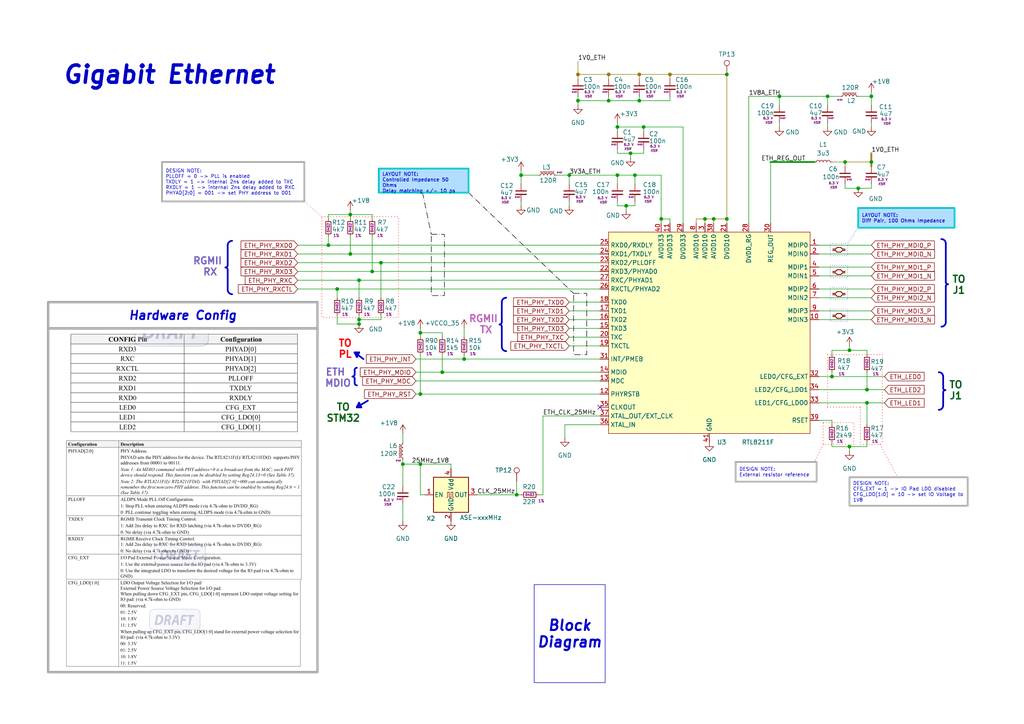
<source format=kicad_sch>
(kicad_sch (version 20231120) (generator "eeschema") (generator_version "8.0")
  (paper "A4")
  (title_block (title "Ethernet PHY") (date "2024-09-22") (rev "1.0"))
  (junction (at 184.15 50.8))
  (junction (at 252.73 46.99))
  (junction (at 251.46 113.03))
  (junction (at 104.14 81.28))
  (junction (at 185.42 29.21))
  (junction (at 252.73 27.94))
  (junction (at 128.27 107.95))
  (junction (at 251.46 116.84))
  (junction (at 245.11 46.99))
  (junction (at 134.62 104.14))
  (junction (at 104.14 93.98))
  (junction (at 240.03 27.94))
  (junction (at 97.79 83.82))
  (junction (at 167.64 21.59) (color 143 115 0 1))
  (junction (at 165.1 50.8))
  (junction (at 167.64 29.21))
  (junction (at 179.07 36.83))
  (junction (at 246.38 101.6))
  (junction (at 248.92 54.61))
  (junction (at 226.06 27.94))
  (junction (at 121.92 114.3))
  (junction (at 95.25 71.12))
  (junction (at 107.95 78.74))
  (junction (at 207.01 63.5))
  (junction (at 151.13 50.8))
  (junction (at 121.92 134.62))
  (junction (at 176.53 21.59) (color 143 115 0 1))
  (junction (at 149.86 143.51))
  (junction (at 185.42 21.59) (color 143 115 0 1))
  (junction (at 101.6 73.66))
  (junction (at 191.77 63.5))
  (junction (at 204.47 63.5))
  (junction (at 110.49 76.2))
  (junction (at 186.69 36.83))
  (junction (at 194.31 21.59) (color 143 115 0 1))
  (junction (at 116.84 134.62))
  (junction (at 121.92 96.52))
  (junction (at 104.14 92.71))
  (junction (at 210.82 21.59))
  (junction (at 246.38 129.54))
  (junction (at 210.82 63.5))
  (junction (at 241.3 109.22))
  (junction (at 182.88 44.45))
  (junction (at 181.61 59.69))
  (junction (at 179.07 50.8))
  (junction (at 176.53 29.21))
  (junction (at 101.6 62.23))
  (no_connect (at 173.99 118.11))
  (polyline (pts (xy 248.92 66.04) (xy 245.872 70.612)) (stroke (width 0.1524) (type dot)))
  (polyline (pts (xy 244.348 91.821) (xy 245.11 91.821)) (stroke (width 0.25) (color 132 0 0 1)))
  (wire (pts (xy 176.53 21.59) (xy 185.42 21.59)) (stroke (width 0) (color 143 115 0 1)))
  (polyline (pts (xy 145.542 87.63) (xy 145.542 93.472)) (stroke (width 0.5)))
  (polyline (pts (xy 245.11 78.74) (xy 244.348 78.74)) (stroke (width 0.25) (color 132 0 0 1)))
  (polyline (pts (xy 242.824 78.232) (xy 242.316 78.74)) (stroke (width 0.25) (color 132 0 0 1)))
  (wire (pts (xy 165.1 58.42) (xy 165.1 59.69)))
  (wire (pts (xy 104.14 81.28) (xy 104.14 86.36)))
  (polyline (pts (xy 242.316 91.44) (xy 241.554 91.44)) (stroke (width 0.25) (color 132 0 0 1)))
  (wire (pts (xy 151.13 50.8) (xy 151.13 53.34)))
  (polyline (pts (xy 103.505 102.87) (xy 103.505 103.505)) (stroke (width 0.55)))
  (polyline (pts (xy 244.348 91.44) (xy 243.84 90.932)) (stroke (width 0.25) (color 132 0 0 1)))
  (wire (pts (xy 217.17 27.94) (xy 217.17 64.77)))
  (polyline (pts (xy 244.348 72.644) (xy 245.11 72.644)) (stroke (width 0.25) (color 132 0 0 1)))
  (wire (pts (xy 210.82 63.5) (xy 210.82 64.77)) (stroke (width 0) (color 143 115 0 1)))
  (wire (pts (xy 161.29 50.8) (xy 165.1 50.8)))
  (wire (pts (xy 201.93 63.5) (xy 204.47 63.5)) (stroke (width 0) (color 143 115 0 1)))
  (polyline (pts (xy 66.04 78.232) (xy 66.04 84.074)) (stroke (width 0.5)))
  (wire (pts (xy 163.83 123.19) (xy 173.99 123.19)))
  (polyline (pts (xy 244.348 85.09) (xy 243.84 84.582)) (stroke (width 0.25) (color 132 0 0 1)))
  (wire (pts (xy 204.47 63.5) (xy 204.47 64.77)) (stroke (width 0) (color 143 115 0 1)))
  (wire (pts (xy 95.25 62.23) (xy 101.6 62.23)))
  (wire (pts (xy 86.36 78.74) (xy 107.95 78.74)))
  (polyline (pts (xy 242.824 90.932) (xy 242.316 91.44)) (stroke (width 0.25) (color 132 0 0 1)))
  (wire (pts (xy 167.64 21.59) (xy 176.53 21.59)) (stroke (width 0) (color 143 115 0 1)))
  (polyline (pts (xy 244.348 85.471) (xy 245.11 85.471)) (stroke (width 0.25) (color 132 0 0 1)))
  (wire (pts (xy 237.49 71.12) (xy 252.73 71.12)))
  (wire (pts (xy 165.1 87.63) (xy 173.99 87.63)))
  (polyline (pts (xy 240.03 102.87) (xy 240.03 118.11)) (stroke (width 0.2) (type dot) (color 255 28 5 1)))
  (wire (pts (xy 86.36 71.12) (xy 95.25 71.12)))
  (wire (pts (xy 107.95 68.58) (xy 107.95 78.74)))
  (polyline (pts (xy 241.554 79.121) (xy 242.316 79.121)) (stroke (width 0.25) (color 132 0 0 1)))
  (wire (pts (xy 194.31 22.86) (xy 194.31 21.59)) (stroke (width 0) (color 143 115 0 1)))
  (wire (pts (xy 194.31 27.94) (xy 194.31 29.21)))
  (wire (pts (xy 86.36 83.82) (xy 97.79 83.82)))
  (polyline (pts (xy 243.84 90.932) (xy 242.824 90.932)) (stroke (width 0.25) (color 132 0 0 1)))
  (wire (pts (xy 120.65 114.3) (xy 121.92 114.3)))
  (wire (pts (xy 246.38 129.54) (xy 251.46 129.54)))
  (wire (pts (xy 157.48 120.65) (xy 173.99 120.65)))
  (wire (pts (xy 226.06 35.56) (xy 226.06 36.83)))
  (wire (pts (xy 252.73 26.67) (xy 252.73 27.94)))
  (wire (pts (xy 226.06 30.48) (xy 226.06 27.94)))
  (wire (pts (xy 165.1 97.79) (xy 173.99 97.79)))
  (wire (pts (xy 252.73 27.94) (xy 252.73 30.48)))
  (polyline (pts (xy 242.316 78.74) (xy 241.554 78.74)) (stroke (width 0.25) (color 132 0 0 1)))
  (wire (pts (xy 194.31 21.59) (xy 210.82 21.59)) (stroke (width 0) (color 143 115 0 1)))
  (polyline (pts (xy 102.87 102.235) (xy 104.14 102.235)) (stroke (width 0.55)))
  (wire (pts (xy 121.92 143.51) (xy 123.19 143.51)))
  (polyline (pts (xy 274.32 93.472) (xy 274.32 83.058)) (stroke (width 0.5)))
  (wire (pts (xy 120.65 110.49) (xy 173.99 110.49)))
  (wire (pts (xy 107.95 62.23) (xy 107.95 63.5)))
  (polyline (pts (xy 104.14 102.235) (xy 103.505 102.87)) (stroke (width 0.55)))
  (wire (pts (xy 241.3 46.99) (xy 245.11 46.99)) (stroke (width 0) (color 143 115 0 1)))
  (polyline (pts (xy 241.554 85.471) (xy 242.316 85.471)) (stroke (width 0.25) (color 132 0 0 1)))
  (wire (pts (xy 191.77 50.8) (xy 184.15 50.8)))
  (wire (pts (xy 134.62 95.25) (xy 134.62 97.79)))
  (polyline (pts (xy 242.824 84.582) (xy 242.316 85.09)) (stroke (width 0.25) (color 132 0 0 1)))
  (polyline (pts (xy 243.84 73.152) (xy 244.348 72.644)) (stroke (width 0.25) (color 132 0 0 1)))
  (wire (pts (xy 185.42 21.59) (xy 194.31 21.59)) (stroke (width 0) (color 143 115 0 1)))
  (polyline (pts (xy 242.824 85.979) (xy 243.84 85.979)) (stroke (width 0.25) (color 132 0 0 1)))
  (wire (pts (xy 157.48 143.51) (xy 156.21 143.51)))
  (wire (pts (xy 97.79 91.44) (xy 97.79 93.98)))
  (polyline (pts (xy 243.84 84.582) (xy 242.824 84.582)) (stroke (width 0.25) (color 132 0 0 1)))
  (wire (pts (xy 185.42 22.86) (xy 185.42 21.59)) (stroke (width 0) (color 143 115 0 1)))
  (polyline (pts (xy 242.316 91.821) (xy 242.824 92.329)) (stroke (width 0.25) (color 132 0 0 1)))
  (polyline (pts (xy 255.905 102.87) (xy 255.905 128.905)) (stroke (width 0.2) (type dot) (color 255 28 5 1)))
  (wire (pts (xy 121.92 95.25) (xy 121.92 96.52)))
  (wire (pts (xy 176.53 27.94) (xy 176.53 29.21)))
  (polyline (pts (xy 238.76 128.905) (xy 236.22 133.985)) (stroke (width 0.2) (type dot) (color 255 28 5 1)))
  (wire (pts (xy 167.64 17.78) (xy 167.64 21.59)) (stroke (width 0) (color 143 115 0 1)))
  (wire (pts (xy 241.3 109.22) (xy 256.54 109.22)))
  (wire (pts (xy 134.62 104.14) (xy 173.99 104.14)))
  (polyline (pts (xy 245.11 85.09) (xy 244.348 85.09)) (stroke (width 0.25) (color 132 0 0 1)))
  (wire (pts (xy 241.3 109.22) (xy 237.49 109.22)))
  (wire (pts (xy 86.36 81.28) (xy 104.14 81.28)))
  (wire (pts (xy 95.25 68.58) (xy 95.25 71.12)))
  (wire (pts (xy 138.43 143.51) (xy 149.86 143.51)))
  (polyline (pts (xy 122.555 55.88) (xy 125.095 67.945)) (stroke (width 0) (type dash_dot) (color 0 0 0 1)))
  (wire (pts (xy 128.27 96.52) (xy 128.27 97.79)))
  (wire (pts (xy 95.25 63.5) (xy 95.25 62.23)))
  (wire (pts (xy 245.11 53.34) (xy 245.11 54.61)))
  (wire (pts (xy 237.49 90.17) (xy 252.73 90.17)))
  (wire (pts (xy 182.88 44.45) (xy 186.69 44.45)))
  (polyline (pts (xy 245.11 72.263) (xy 244.348 72.263)) (stroke (width 0.25) (color 132 0 0 1)))
  (wire (pts (xy 149.86 139.7) (xy 149.86 143.51)))
  (wire (pts (xy 86.36 73.66) (xy 101.6 73.66)))
  (polyline (pts (xy 245.11 91.44) (xy 244.348 91.44)) (stroke (width 0.25) (color 132 0 0 1)))
  (wire (pts (xy 241.3 128.27) (xy 241.3 129.54)))
  (wire (pts (xy 179.07 59.69) (xy 181.61 59.69)))
  (polyline (pts (xy 273.558 117.602) (xy 273.562 113.788)) (stroke (width 0.5)))
  (wire (pts (xy 107.95 78.74) (xy 173.99 78.74)))
  (wire (pts (xy 121.92 102.87) (xy 121.92 114.3)))
  (polyline (pts (xy 103.505 118.11) (xy 106.68 116.205)) (stroke (width 0.5)))
  (polyline (pts (xy 242.316 85.09) (xy 241.554 85.09)) (stroke (width 0.25) (color 132 0 0 1)))
  (polyline (pts (xy 102.87 102.235) (xy 105.41 104.14)) (stroke (width 0.5)))
  (wire (pts (xy 101.6 60.96) (xy 101.6 62.23)))
  (wire (pts (xy 237.49 73.66) (xy 252.73 73.66)))
  (wire (pts (xy 116.84 133.35) (xy 116.84 134.62)))
  (wire (pts (xy 95.25 71.12) (xy 173.99 71.12)))
  (wire (pts (xy 121.92 96.52) (xy 121.92 97.79)))
  (wire (pts (xy 246.38 129.54) (xy 246.38 130.81)))
  (polyline (pts (xy 244.348 79.121) (xy 245.11 79.121)) (stroke (width 0.25) (color 132 0 0 1)))
  (wire (pts (xy 240.03 35.56) (xy 240.03 36.83)))
  (polyline (pts (xy 255.27 128.905) (xy 260.35 138.43)) (stroke (width 0.2) (type dot) (color 255 28 5 1)))
  (polyline (pts (xy 241.554 72.644) (xy 242.316 72.644)) (stroke (width 0.25) (color 132 0 0 1)))
  (wire (pts (xy 151.13 49.53) (xy 151.13 50.8)))
  (wire (pts (xy 252.73 35.56) (xy 252.73 36.83)))
  (wire (pts (xy 181.61 59.69) (xy 181.61 60.96)))
  (wire (pts (xy 165.1 92.71) (xy 173.99 92.71)))
  (wire (pts (xy 181.61 59.69) (xy 184.15 59.69)))
  (wire (pts (xy 101.6 68.58) (xy 101.6 73.66)))
  (wire (pts (xy 241.3 101.6) (xy 246.38 101.6)))
  (wire (pts (xy 128.27 102.87) (xy 128.27 107.95)))
  (wire (pts (xy 237.49 77.47) (xy 252.73 77.47)))
  (wire (pts (xy 204.47 63.5) (xy 207.01 63.5)) (stroke (width 0) (color 143 115 0 1)))
  (wire (pts (xy 179.07 53.34) (xy 179.07 50.8)))
  (polyline (pts (xy 273.562 112.518) (xy 273.558 109.22)) (stroke (width 0.5)))
  (wire (pts (xy 251.46 113.03) (xy 251.46 107.95)))
  (wire (pts (xy 186.69 43.18) (xy 186.69 44.45)))
  (wire (pts (xy 252.73 44.45) (xy 252.73 46.99)) (stroke (width 0.5) (color 143 115 0 1)))
  (polyline (pts (xy 102.87 109.855) (xy 102.87 111.125)) (stroke (width 0.5)))
  (polyline (pts (xy 242.824 73.152) (xy 243.84 73.152)) (stroke (width 0.25) (color 132 0 0 1)))
  (polyline (pts (xy 242.316 85.471) (xy 242.824 85.979)) (stroke (width 0.25) (color 132 0 0 1)))
  (wire (pts (xy 217.17 27.94) (xy 226.06 27.94)))
  (wire (pts (xy 101.6 73.66) (xy 173.99 73.66)))
  (polyline (pts (xy 243.84 79.629) (xy 244.348 79.121)) (stroke (width 0.25) (color 132 0 0 1)))
  (wire (pts (xy 245.11 54.61) (xy 248.92 54.61)))
  (wire (pts (xy 176.53 21.59) (xy 176.53 22.86)) (stroke (width 0) (color 143 115 0 1)))
  (wire (pts (xy 223.52 46.99) (xy 223.52 64.77)))
  (polyline (pts (xy 243.84 85.979) (xy 244.348 85.471)) (stroke (width 0.25) (color 132 0 0 1)))
  (wire (pts (xy 194.31 64.77) (xy 194.31 63.5)))
  (wire (pts (xy 186.69 38.1) (xy 186.69 36.83)))
  (wire (pts (xy 151.13 50.8) (xy 156.21 50.8)))
  (wire (pts (xy 179.07 58.42) (xy 179.07 59.69)))
  (polyline (pts (xy 242.316 72.644) (xy 242.824 73.152)) (stroke (width 0.25) (color 132 0 0 1)))
  (polyline (pts (xy 104.14 116.84) (xy 104.775 118.11)) (stroke (width 0.55)))
  (wire (pts (xy 134.62 102.87) (xy 134.62 104.14)))
  (wire (pts (xy 176.53 29.21) (xy 185.42 29.21)))
  (polyline (pts (xy 249.555 128.905) (xy 255.905 128.905)) (stroke (width 0.2) (type dot) (color 255 28 5 1)))
  (wire (pts (xy 251.46 116.84) (xy 256.54 116.84)))
  (polyline (pts (xy 249.555 118.11) (xy 249.555 128.905)) (stroke (width 0.2) (type dot) (color 255 28 5 1)))
  (polyline (pts (xy 241.554 91.821) (xy 242.316 91.821)) (stroke (width 0.25) (color 132 0 0 1)))
  (wire (pts (xy 246.38 101.6) (xy 251.46 101.6)))
  (wire (pts (xy 252.73 27.94) (xy 248.92 27.94)))
  (polyline (pts (xy 274.32 81.788) (xy 274.32 70.608)) (stroke (width 0.5)))
  (polyline (pts (xy 102.87 102.235) (xy 102.87 102.235)) (stroke (width 0.5)))
  (wire (pts (xy 97.79 83.82) (xy 97.79 86.36)))
  (polyline (pts (xy 103.505 118.11) (xy 104.14 116.84)) (stroke (width 0.55)))
  (wire (pts (xy 182.88 44.45) (xy 182.88 45.72)))
  (wire (pts (xy 198.12 36.83) (xy 198.12 64.77)))
  (wire (pts (xy 157.48 120.65) (xy 157.48 143.51)))
  (wire (pts (xy 97.79 83.82) (xy 173.99 83.82)))
  (wire (pts (xy 121.92 114.3) (xy 173.99 114.3)))
  (wire (pts (xy 121.92 134.62) (xy 121.92 143.51)))
  (polyline (pts (xy 240.03 118.11) (xy 249.555 118.11)) (stroke (width 0.2) (type dot) (color 255 28 5 1)))
  (wire (pts (xy 252.73 46.99) (xy 252.73 48.26)) (stroke (width 0.5) (color 143 115 0 1)))
  (wire (pts (xy 104.14 81.28) (xy 173.99 81.28)))
  (wire (pts (xy 179.07 35.56) (xy 179.07 36.83)))
  (wire (pts (xy 104.14 92.71) (xy 104.14 93.98)))
  (wire (pts (xy 191.77 63.5) (xy 194.31 63.5)))
  (wire (pts (xy 151.13 143.51) (xy 149.86 143.51)))
  (wire (pts (xy 243.84 27.94) (xy 240.03 27.94)))
  (wire (pts (xy 165.1 90.17) (xy 173.99 90.17)))
  (wire (pts (xy 179.07 50.8) (xy 184.15 50.8)))
  (polyline (pts (xy 103.505 118.11) (xy 104.775 118.11)) (stroke (width 0.55)))
  (polyline (pts (xy 243.84 92.329) (xy 244.348 91.821)) (stroke (width 0.25) (color 132 0 0 1)))
  (wire (pts (xy 237.49 83.82) (xy 252.73 83.82)))
  (wire (pts (xy 116.84 125.73) (xy 116.84 128.27)))
  (wire (pts (xy 237.49 80.01) (xy 252.73 80.01)))
  (wire (pts (xy 184.15 50.8) (xy 184.15 53.34)))
  (wire (pts (xy 201.93 63.5) (xy 201.93 64.77)) (stroke (width 0) (color 143 115 0 1)))
  (wire (pts (xy 198.12 36.83) (xy 186.69 36.83)))
  (wire (pts (xy 179.07 43.18) (xy 179.07 44.45)))
  (wire (pts (xy 252.73 53.34) (xy 252.73 54.61)))
  (polyline (pts (xy 242.316 79.121) (xy 242.824 79.629)) (stroke (width 0.25) (color 132 0 0 1)))
  (polyline (pts (xy 243.84 71.755) (xy 242.824 71.755)) (stroke (width 0.25) (color 132 0 0 1)))
  (wire (pts (xy 121.92 96.52) (xy 128.27 96.52)))
  (wire (pts (xy 120.65 107.95) (xy 128.27 107.95)))
  (polyline (pts (xy 242.824 71.755) (xy 242.316 72.263)) (stroke (width 0.25) (color 132 0 0 1)))
  (wire (pts (xy 97.79 93.98) (xy 104.14 93.98)))
  (polyline (pts (xy 244.348 78.74) (xy 243.84 78.232)) (stroke (width 0.25) (color 132 0 0 1)))
  (wire (pts (xy 241.3 101.6) (xy 241.3 102.87)))
  (wire (pts (xy 104.14 92.71) (xy 110.49 92.71)))
  (wire (pts (xy 245.11 46.99) (xy 252.73 46.99)) (stroke (width 0) (color 143 115 0 1)))
  (wire (pts (xy 101.6 62.23) (xy 101.6 63.5)))
  (wire (pts (xy 110.49 91.44) (xy 110.49 92.71)))
  (wire (pts (xy 237.49 121.92) (xy 241.3 121.92)))
  (wire (pts (xy 226.06 27.94) (xy 240.03 27.94)))
  (wire (pts (xy 241.3 121.92) (xy 241.3 123.19)))
  (wire (pts (xy 116.84 134.62) (xy 121.92 134.62)))
  (wire (pts (xy 191.77 50.8) (xy 191.77 63.5)))
  (wire (pts (xy 246.38 100.33) (xy 246.38 101.6)))
  (wire (pts (xy 101.6 62.23) (xy 107.95 62.23)))
  (polyline (pts (xy 102.87 102.235) (xy 103.505 103.505)) (stroke (width 0.55)))
  (wire (pts (xy 251.46 116.84) (xy 251.46 123.19)))
  (wire (pts (xy 116.84 134.62) (xy 116.84 140.97)))
  (wire (pts (xy 116.84 146.05) (xy 116.84 151.13)))
  (wire (pts (xy 86.36 76.2) (xy 110.49 76.2)))
  (wire (pts (xy 251.46 101.6) (xy 251.46 102.87)))
  (wire (pts (xy 179.07 36.83) (xy 179.07 38.1)))
  (polyline (pts (xy 242.316 72.263) (xy 241.554 72.263)) (stroke (width 0.25) (color 132 0 0 1)))
  (wire (pts (xy 237.49 92.71) (xy 252.73 92.71)))
  (wire (pts (xy 167.64 27.94) (xy 167.64 29.21)))
  (polyline (pts (xy 135.89 55.88) (xy 166.37 85.09)) (stroke (width 0) (type dash_dot) (color 0 0 0 1)))
  (polyline (pts (xy 104.14 102.235) (xy 103.505 103.505)) (stroke (width 0.55)))
  (wire (pts (xy 251.46 128.27) (xy 251.46 129.54)))
  (wire (pts (xy 165.1 95.25) (xy 173.99 95.25)))
  (polyline (pts (xy 66.04 71.12) (xy 66.04 76.962)) (stroke (width 0.5)))
  (wire (pts (xy 179.07 36.83) (xy 186.69 36.83)))
  (wire (pts (xy 210.82 21.59) (xy 210.82 63.5)) (stroke (width 0) (color 143 115 0 1)))
  (wire (pts (xy 248.92 54.61) (xy 252.73 54.61)))
  (wire (pts (xy 151.13 58.42) (xy 151.13 59.69)))
  (wire (pts (xy 167.64 22.86) (xy 167.64 21.59)) (stroke (width 0) (color 143 115 0 1)))
  (wire (pts (xy 223.52 46.99) (xy 236.22 46.99)) (stroke (width 0.5)))
  (polyline (pts (xy 242.824 79.629) (xy 243.84 79.629)) (stroke (width 0.25) (color 132 0 0 1)))
  (wire (pts (xy 104.14 91.44) (xy 104.14 92.71)))
  (polyline (pts (xy 145.542 94.742) (xy 145.542 100.584)) (stroke (width 0.5)))
  (wire (pts (xy 241.3 107.95) (xy 241.3 109.22)))
  (wire (pts (xy 179.07 44.45) (xy 182.88 44.45)))
  (polyline (pts (xy 243.84 78.232) (xy 242.824 78.232)) (stroke (width 0.25) (color 132 0 0 1)))
  (polyline (pts (xy 240.03 102.87) (xy 255.905 102.87)) (stroke (width 0.2) (type dot) (color 255 28 5 1)))
  (wire (pts (xy 251.46 113.03) (xy 256.54 113.03)))
  (wire (pts (xy 167.64 29.21) (xy 176.53 29.21)))
  (wire (pts (xy 165.1 50.8) (xy 179.07 50.8)))
  (wire (pts (xy 245.11 46.99) (xy 245.11 48.26)) (stroke (width 0) (color 143 115 0 1)))
  (wire (pts (xy 120.65 104.14) (xy 134.62 104.14)))
  (wire (pts (xy 165.1 100.33) (xy 173.99 100.33)))
  (wire (pts (xy 121.92 134.62) (xy 130.81 134.62)))
  (wire (pts (xy 241.3 129.54) (xy 246.38 129.54)))
  (polyline (pts (xy 88.265 58.42) (xy 93.345 62.865)) (stroke (width 0.1524) (type dot) (color 255 28 5 1)))
  (polyline (pts (xy 102.87 107.315) (xy 102.87 108.585)) (stroke (width 0.5)))
  (wire (pts (xy 165.1 53.34) (xy 165.1 50.8)))
  (wire (pts (xy 207.01 63.5) (xy 210.82 63.5)) (stroke (width 0) (color 143 115 0 1)))
  (wire (pts (xy 110.49 76.2) (xy 173.99 76.2)))
  (wire (pts (xy 167.64 29.21) (xy 167.64 30.48)))
  (polyline (pts (xy 244.348 72.263) (xy 243.84 71.755)) (stroke (width 0.25) (color 132 0 0 1)))
  (wire (pts (xy 128.27 107.95) (xy 173.99 107.95)))
  (wire (pts (xy 237.49 116.84) (xy 251.46 116.84)))
  (polyline (pts (xy 242.824 92.329) (xy 243.84 92.329)) (stroke (width 0.25) (color 132 0 0 1)))
  (wire (pts (xy 184.15 58.42) (xy 184.15 59.69)))
  (wire (pts (xy 191.77 63.5) (xy 191.77 64.77)))
  (wire (pts (xy 130.81 134.62) (xy 130.81 135.89)))
  (wire (pts (xy 185.42 29.21) (xy 185.42 27.94)))
  (wire (pts (xy 185.42 29.21) (xy 194.31 29.21)))
  (wire (pts (xy 110.49 76.2) (xy 110.49 86.36)))
  (wire (pts (xy 237.49 86.36) (xy 252.73 86.36)))
  (wire (pts (xy 237.49 113.03) (xy 251.46 113.03)))
  (wire (pts (xy 240.03 27.94) (xy 240.03 30.48)))
  (wire (pts (xy 207.01 64.77) (xy 207.01 63.5)) (stroke (width 0) (color 143 115 0 1)))
  (wire (pts (xy 163.83 127) (xy 163.83 123.19)))
  (arc (start 103.505 111.76) (mid 103.0574 111.5726) (end 102.87 111.125) (stroke (width 0.5)))
  (rectangle (start 240.792 89.662) (end 245.872 93.218) (stroke (width 0.15) (type dot)))
  (arc (start 145.547 93.467) (mid 145.3456 93.8993) (end 144.912 94.102) (stroke (width 0.5)))
  (arc (start 272.287 107.956) (mid 273.1802 108.3284) (end 273.557 109.221) (stroke (width 0.5)))
  (arc (start 274.95 82.428) (mid 274.4953 82.2481) (end 274.315 81.793) (stroke (width 0.5)))
  (rectangle (start 238.76 122.555) (end 247.65 128.905) (stroke (width 0.2) (type dot) (color 255 28 5 1)))
  (rectangle (start 240.792 76.962) (end 245.872 80.518) (stroke (width 0.1524) (type dot)))
  (arc (start 102.24 109.215) (mid 102.6951 109.3949) (end 102.875 109.85) (stroke (width 0.5)))
  (rectangle (start 240.792 70.612) (end 245.872 74.168) (stroke (width 0.1524) (type dot)))
  (arc (start 67.315 85.334) (mid 66.4206 84.9623) (end 66.045 84.069) (stroke (width 0.5)))
  (arc (start 273.557 117.598) (mid 273.1873 118.4945) (end 272.292 118.868) (stroke (width 0.5)))
  (rectangle (start 93.345 62.865) (end 115.57 92.075) (stroke (width 0.2) (type dot) (color 255 28 5 1)))
  (arc (start 274.315 83.063) (mid 274.507 82.6202) (end 274.95 82.428) (stroke (width 0.5)))
  (rectangle (start 125.095 67.945) (end 128.905 85.725) (stroke (width 0.1524) (type dash_dot) (color 0 0 0 1)))
  (arc (start 102.875 108.58) (mid 102.6807 109.0207) (end 102.24 109.215) (stroke (width 0.5)))
  (arc (start 66.045 71.12) (mid 66.412 70.219) (end 67.31 69.85) (stroke (width 0.5)))
  (rectangle (start 13.97 95.25) (end 92.075 194.945) (stroke (width 0.7) (color 168 168 168 1)))
  (arc (start 144.912 94.102) (mid 145.3668 94.2825) (end 145.547 94.737) (stroke (width 0.5)))
  (rectangle (start 166.37 85.09) (end 170.18 102.87) (stroke (width 0.1524) (type dash_dot) (color 0 0 0 1)))
  (arc (start 274.319 93.468) (mid 273.9479 94.3648) (end 273.054 94.738) (stroke (width 0.5)))
  (arc (start 273.557 113.793) (mid 273.7477 113.3485) (end 274.192 113.158) (stroke (width 0.5)))
  (arc (start 102.865 107.31) (mid 103.051 106.861) (end 103.5 106.675) (stroke (width 0.5)))
  (arc (start 145.547 87.63) (mid 145.9147 86.7333) (end 146.812 86.36) (stroke (width 0.5)))
  (arc (start 273.049 69.348) (mid 273.9445 69.7181) (end 274.319 70.613) (stroke (width 0.5)))
  (arc (start 274.192 113.158) (mid 273.7345 112.979) (end 273.557 112.523) (stroke (width 0.5)))
  (arc (start 66.045 76.957) (mid 65.8458 77.3911) (end 65.41 77.592) (stroke (width 0.5)))
  (rectangle (start 240.792 83.312) (end 245.872 86.868) (stroke (width 0.1524) (type dot)))
  (arc (start 146.817 101.844) (mid 145.9213 101.473) (end 145.547 100.579) (stroke (width 0.5)))
  (arc (start 65.41 77.592) (mid 65.8625 77.7722) (end 66.045 78.227) (stroke (width 0.5)))
  (image (at 53.34 111.125) (scale 1.05046))
  (image (at 53.34 147.955) (scale 0.726262))
  (image (at 53.213 180.721) (scale 0.7229))
  (text_box "DESIGN NOTE:\nCFG_EXT = 1 -> IO Pad LDO disabled\nCFG_LDO[1:0] = 10 -> set IO Voltage to 1V8" (at 246.38 138.43 0) (size 34.29 8.255) (stroke (width 0.5) (color 168 168 168 1)) (effects (font (size 1 1) (thickness 0.125)) (justify left)))
  (text_box "Hardware Config" (at 13.97 87.63 0) (size 78.105 7.62) (stroke (width 0.7) (color 168 168 168 1)) (effects (font (size 2.5 2.5) (bold yes) (italic yes))))
  (text_box "LAYOUT NOTE:\nDiff Pair, 100 Ohms Impedance\n" (at 248.92 60.325 0) (size 27.94 5.715) (stroke (width 0.5) (color 0 194 194 1)) (fill (type color) (color 61 172 255 0.4)) (effects (font (size 1 1)) (justify left)))
  (text_box "Block\nDiagram" (at 154.94 169.545 0) (size 20.574 28.448) (effects (font (size 3 3) (thickness 0.6) (bold yes) (italic yes))))
  (text_box "DESIGN NOTE:\nPLLOFF = 0 -> PLL is enabled\nTXDLY = 1 -> internal 2ns delay added to TXC\nRXDLY = 1 -> internal 2ns delay added to RXC\nPHYAD[2:0] = 001 -> set PHY address to 001" (at 46.99 46.99 0) (size 41.275 11.43) (stroke (width 0.5) (color 168 168 168 1)) (effects (font (size 1 1) (thickness 0.125)) (justify left)))
  (text_box "LAYOUT NOTE:\nControlled Impedance 50 Ohms\nDelay matching +/- 10 ps" (at 109.855 48.895 0) (size 26.035 6.985) (stroke (width 0.5) (color 0 194 194 1)) (fill (type color) (color 61 172 255 0.4)) (effects (font (size 1 1)) (justify left top)))
  (text_box "DESIGN NOTE:\nExternal resistor reference" (at 213.36 133.985 0) (size 23.495 5.715) (stroke (width 0.5) (color 168 168 168 1)) (effects (font (size 1 1) (thickness 0.125)) (justify left)))
  (text "ETH \nMDIO" (at 98.044 109.728 0) (effects (font (size 2 2) (thickness 0.4) (bold yes))))
  (text "TO\nJ1" (at 277.245 113.407 0) (effects (font (size 2 2) (thickness 0.4) (bold yes))))
  (text "TO\nJ1" (at 278.13 82.804 0) (effects (font (size 2 2) (thickness 0.4) (bold yes))))
  (text "RGMII \nTX" (at 140.97 94.234 0) (effects (font (size 2 2) (thickness 0.4) (bold yes))))
  (text "TO\nSTM32" (at 99.568 119.888 0) (effects (font (size 2 2) (thickness 0.4) (bold yes))))
  (text "RGMII \nRX" (at 60.96 77.47 0) (effects (font (size 2 2) (thickness 0.4) (bold yes))))
  (text "TO \nPL" (at 98.044 101.346 0) (effects (font (size 2 2) (thickness 0.4) (bold yes)) (justify left)))
  (text "Gigabit Ethernet" (at 49.022 21.844 0) (effects (font (size 5 5) (thickness 1) (bold yes) (italic yes))))
  (label "ETH_CLK_25MHz" (at 157.48 120.65 0))
  (label "25MHz_1V8" (at 119.38 134.62 0))
  (label "CLK_25MHz" (at 138.43 143.51 0))
  (label "1V0_ETH" (at 167.64 17.78 0))
  (label "1V8A_ETH" (at 217.17 27.94 0))
  (label "1V0_ETH" (at 252.73 44.45 0))
  (label "ETH_REG_OUT" (at 233.68 46.99 180))
  (label "3V3A_ETH" (at 165.1 50.8 0))
  (global_label "ETH_PHY_INT" (shape input) (at 120.65 104.14 180) (property "Intersheetrefs" "${INTERSHEET_REFS}" (effects (hide yes))))
  (global_label "ETH_PHY_MDC" (shape input) (at 120.65 110.49 180) (property "Intersheetrefs" "${INTERSHEET_REFS}" (effects (hide yes))))
  (global_label "ETH_PHY_RXD0" (shape input) (at 86.36 71.12 180) (property "Intersheetrefs" "${INTERSHEET_REFS}" (effects (hide yes))))
  (global_label "ETH_LED2" (shape input) (at 256.54 113.03 0) (property "Intersheetrefs" "${INTERSHEET_REFS}" (effects (hide yes))))
  (global_label "ETH_PHY_MDI2_P" (shape input) (at 252.73 83.82 0) (property "Intersheetrefs" "${INTERSHEET_REFS}" (effects (hide yes))))
  (global_label "ETH_PHY_MDI2_N" (shape input) (at 252.73 86.36 0) (property "Intersheetrefs" "${INTERSHEET_REFS}" (effects (hide yes))))
  (global_label "ETH_PHY_RXD2" (shape input) (at 86.36 76.2 180) (property "Intersheetrefs" "${INTERSHEET_REFS}" (effects (hide yes))))
  (global_label "ETH_PHY_TXD1" (shape input) (at 165.1 90.17 180) (property "Intersheetrefs" "${INTERSHEET_REFS}" (effects (hide yes))))
  (global_label "ETH_PHY_RXD3" (shape input) (at 86.36 78.74 180) (property "Intersheetrefs" "${INTERSHEET_REFS}" (effects (hide yes))))
  (global_label "ETH_PHY_MDI3_P" (shape input) (at 252.73 90.17 0) (property "Intersheetrefs" "${INTERSHEET_REFS}" (effects (hide yes))))
  (global_label "ETH_LED0" (shape input) (at 256.54 109.22 0) (property "Intersheetrefs" "${INTERSHEET_REFS}" (effects (hide yes))))
  (global_label "ETH_PHY_RXD1" (shape input) (at 86.36 73.66 180) (property "Intersheetrefs" "${INTERSHEET_REFS}" (effects (hide yes))))
  (global_label "ETH_PHY_RST" (shape input) (at 120.65 114.3 180) (property "Intersheetrefs" "${INTERSHEET_REFS}" (effects (hide yes))))
  (global_label "ETH_PHY_MDIO" (shape input) (at 120.65 107.95 180) (property "Intersheetrefs" "${INTERSHEET_REFS}" (effects (hide yes))))
  (global_label "ETH_PHY_TXC" (shape input) (at 165.1 97.79 180) (property "Intersheetrefs" "${INTERSHEET_REFS}" (effects (hide yes))))
  (global_label "ETH_PHY_RXC" (shape input) (at 86.36 81.28 180) (property "Intersheetrefs" "${INTERSHEET_REFS}" (effects (hide yes))))
  (global_label "ETH_PHY_MDI0_N" (shape input) (at 252.73 73.66 0) (property "Intersheetrefs" "${INTERSHEET_REFS}" (effects (hide yes))))
  (global_label "ETH_PHY_TXD2" (shape input) (at 165.1 92.71 180) (property "Intersheetrefs" "${INTERSHEET_REFS}" (effects (hide yes))))
  (global_label "ETH_PHY_MDI1_N" (shape input) (at 252.73 80.01 0) (property "Intersheetrefs" "${INTERSHEET_REFS}" (effects (hide yes))))
  (global_label "ETH_PHY_TXD3" (shape input) (at 165.1 95.25 180) (property "Intersheetrefs" "${INTERSHEET_REFS}" (effects (hide yes))))
  (global_label "ETH_PHY_TXD0" (shape input) (at 165.1 87.63 180) (property "Intersheetrefs" "${INTERSHEET_REFS}" (effects (hide yes))))
  (global_label "ETH_PHY_MDI0_P" (shape input) (at 252.73 71.12 0) (property "Intersheetrefs" "${INTERSHEET_REFS}" (effects (hide yes))))
  (global_label "ETH_PHY_TXCTL" (shape input) (at 165.1 100.33 180) (property "Intersheetrefs" "${INTERSHEET_REFS}" (effects (hide yes))))
  (global_label "ETH_PHY_MDI3_N" (shape input) (at 252.73 92.71 0) (property "Intersheetrefs" "${INTERSHEET_REFS}" (effects (hide yes))))
  (global_label "ETH_PHY_RXCTL" (shape input) (at 86.36 83.82 180) (property "Intersheetrefs" "${INTERSHEET_REFS}" (effects (hide yes))))
  (global_label "ETH_PHY_MDI1_P" (shape input) (at 252.73 77.47 0) (property "Intersheetrefs" "${INTERSHEET_REFS}" (effects (hide yes))))
  (global_label "ETH_LED1" (shape input) (at 256.54 116.84 0) (property "Intersheetrefs" "${INTERSHEET_REFS}" (effects (hide yes))))
  (symbol (lib_id "power:GND") (at 240.03 36.83 0) (mirror y) (unit 1)
    (property "Reference" "#PWR010" (effects (hide yes)))
    (property "Value" "GND" (at 243.84 38.354 0))
    (property "Description" "Power symbol creates a global label with name \"GND\" , ground" (effects (hide yes)))
  )
  (symbol (lib_id "Device:R_Small") (at 107.95 66.04 0) (unit 1)
    (property "Reference" "R7" (at 109.474 64.516 0) (effects (justify left)))
    (property "Value" "4k7" (at 108.966 66.548 0) (effects (justify left)))
    (property "Footprint" "Resistor_SMD:R_0402_1005Metric" (effects (hide yes)))
    (property "Description" "Resistor, small symbol" (effects (hide yes)))
    (property "Tolerance" "1%" (at 110.236 68.326 0) (effects (font (size 0.8 0.8))))
    (property "Package" "0402" (at 107.95 66.04 90) (effects (font (size 0.7 0.7))))
    (property "LCSC Part" "C25940" (effects (hide yes)))
  )
  (symbol (lib_name "C_Small_1") (lib_id "Device:C_Small") (at 116.84 143.51 0) (unit 1)
    (property "Reference" "C22" (at 110.744 141.224 0) (effects (justify left)))
    (property "Value" "100n" (at 109.728 143.256 0) (effects (justify left)))
    (property "Footprint" "Capacitor_SMD:C_0402_1005Metric" (effects (hide yes)))
    (property "Description" "Unpolarized capacitor, small symbol" (effects (hide yes)))
    (property "Rating" "6.3 V" (at 112.776 145.034 0) (effects (font (size 0.7 0.7))))
    (property "Type" "X5R" (at 112.522 146.304 0) (effects (font (size 0.7 0.7))))
    (property "Package" "0402" (at 115.824 144.78 0) (effects (font (size 0.4 0.4))))
    (property "LCSC Part" "gia" (effects (hide yes)))
  )
  (symbol (lib_name "C_Small_1") (lib_id "Device:C_Small") (at 167.64 25.4 0) (unit 1)
    (property "Reference" "C3" (at 169.164 23.114 0) (effects (justify left)))
    (property "Value" "100n" (at 169.164 25.146 0) (effects (justify left)))
    (property "Footprint" "Capacitor_SMD:C_0402_1005Metric" (effects (hide yes)))
    (property "Description" "Unpolarized capacitor, small symbol" (effects (hide yes)))
    (property "Rating" "6.3 V" (at 170.942 26.67 0) (effects (font (size 0.7 0.7))))
    (property "Type" "X5R" (at 170.688 27.94 0) (effects (font (size 0.7 0.7))))
    (property "Package" "0402" (at 166.624 26.67 0) (effects (font (size 0.4 0.4))))
    (property "LCSC Part" "gia" (effects (hide yes)))
  )
  (symbol (lib_id "power:GND") (at 205.74 128.27 0) (unit 1)
    (property "Reference" "#PWR07" (effects (hide yes)))
    (property "Value" "GND" (at 205.74 133.35 0))
    (property "Description" "Power symbol creates a global label with name \"GND\" , ground" (effects (hide yes)))
  )
  (symbol (lib_id "power:GND") (at 248.92 54.61 0) (unit 1)
    (property "Reference" "#PWR09" (effects (hide yes)))
    (property "Value" "GND" (at 254 57.658 0))
    (property "Description" "Power symbol creates a global label with name \"GND\" , ground" (effects (hide yes)))
  )
  (symbol (lib_name "C_Small_1") (lib_id "Device:C_Small") (at 165.1 55.88 0) (unit 1)
    (property "Reference" "C15" (at 166.624 53.594 0) (effects (justify left)))
    (property "Value" "4u7" (at 166.624 55.626 0) (effects (justify left)))
    (property "Footprint" "Capacitor_SMD:C_0402_1005Metric" (effects (hide yes)))
    (property "Description" "Unpolarized capacitor, small symbol" (effects (hide yes)))
    (property "Rating" "6.3 V" (at 168.402 57.15 0) (effects (font (size 0.7 0.7))))
    (property "Type" "X5R" (at 168.148 58.42 0) (effects (font (size 0.7 0.7))))
    (property "Package" "0402" (at 164.084 57.15 0) (effects (font (size 0.4 0.4))))
    (property "LCSC Part" " C368809" (effects (hide yes)))
  )
  (symbol (lib_id "power:GND") (at 151.13 59.69 0) (unit 1)
    (property "Reference" "#PWR014" (effects (hide yes)))
    (property "Value" "GND" (at 154.686 60.96 0))
    (property "Description" "Power symbol creates a global label with name \"GND\" , ground" (effects (hide yes)))
  )
  (symbol (lib_id "power:GND") (at 130.81 151.13 0) (unit 1)
    (property "Reference" "#PWR06" (effects (hide yes)))
    (property "Value" "GND" (at 130.81 156.21 0))
    (property "Description" "Power symbol creates a global label with name \"GND\" , ground" (effects (hide yes)))
  )
  (symbol (lib_id "power:+1V8") (at 101.6 60.96 0) (unit 1)
    (property "Reference" "#PWR021" (effects (hide yes)))
    (property "Value" "+1V8" (at 104.648 58.166 0))
    (property "Description" "Power symbol creates a global label with name \"+1V8\"" (effects (hide yes)))
  )
  (symbol (lib_id "power:GND") (at 181.61 60.96 0) (unit 1)
    (property "Reference" "#PWR019" (effects (hide yes)))
    (property "Value" "GND" (at 177.8 62.484 0))
    (property "Description" "Power symbol creates a global label with name \"GND\" , ground" (effects (hide yes)))
  )
  (symbol (lib_id "power:GND") (at 226.06 36.83 0) (mirror y) (unit 1)
    (property "Reference" "#PWR020" (effects (hide yes)))
    (property "Value" "GND" (at 229.87 38.354 0))
    (property "Description" "Power symbol creates a global label with name \"GND\" , ground" (effects (hide yes)))
  )
  (symbol (lib_id "power:+1V8") (at 246.38 100.33 0) (unit 1)
    (property "Reference" "#PWR023" (effects (hide yes)))
    (property "Value" "+3V3" (at 245.11 96.266 0))
    (property "Description" "Power symbol creates a global label with name \"+1V8\"" (effects (hide yes)))
  )
  (symbol (lib_name "C_Small_1") (lib_id "Device:C_Small") (at 151.13 55.88 0) (unit 1)
    (property "Reference" "C12" (at 145.034 53.848 0) (effects (justify left)))
    (property "Value" "4u7" (at 145.034 55.88 0) (effects (justify left)))
    (property "Footprint" "Capacitor_SMD:C_0402_1005Metric" (effects (hide yes)))
    (property "Description" "Unpolarized capacitor, small symbol" (effects (hide yes)))
    (property "Rating" "6.3 V" (at 146.812 57.404 0) (effects (font (size 0.7 0.7))))
    (property "Type" "X5R" (at 146.558 58.674 0) (effects (font (size 0.7 0.7))))
    (property "Package" "0402" (at 150.114 57.15 0) (effects (font (size 0.4 0.4))))
    (property "LCSC Part" " C368809" (effects (hide yes)))
  )
  (symbol (lib_id "Device:L_Ferrite_Small") (at 246.38 27.94 90) (unit 1)
    (property "Reference" "L2" (at 246.888 29.21 90))
    (property "Value" "120R" (at 246.634 25.4 90))
    (property "Footprint" "Inductor_SMD:L_0402_1005Metric" (effects (hide yes)))
    (property "Description" "Inductor with ferrite core, small symbol" (effects (hide yes)))
    (property "Package" "0402" (at 243.586 28.956 90) (effects (font (size 0.4 0.4))))
    (property "LCSC Part" "C275478" (effects (hide yes)))
  )
  (symbol (lib_id "power:+1V8") (at 252.73 26.67 0) (mirror y) (unit 1)
    (property "Reference" "#PWR012" (effects (hide yes)))
    (property "Value" "+1V8" (at 255.524 23.622 0))
    (property "Description" "Power symbol creates a global label with name \"+1V8\"" (effects (hide yes)))
  )
  (symbol (lib_name "C_Small_1") (lib_id "Device:C_Small") (at 179.07 55.88 0) (unit 1)
    (property "Reference" "C17" (at 172.974 53.594 0) (effects (justify left)))
    (property "Value" "100n" (at 171.704 55.626 0) (effects (justify left)))
    (property "Footprint" "Capacitor_SMD:C_0402_1005Metric" (effects (hide yes)))
    (property "Description" "Unpolarized capacitor, small symbol" (effects (hide yes)))
    (property "Rating" "6.3 V" (at 174.752 57.404 0) (effects (font (size 0.7 0.7))))
    (property "Type" "X5R" (at 175.006 58.674 0) (effects (font (size 0.7 0.7))))
    (property "Package" "0402" (at 178.054 57.15 0) (effects (font (size 0.4 0.4))))
    (property "LCSC Part" "gia" (effects (hide yes)))
  )
  (symbol (lib_id "power:GND") (at 116.84 151.13 0) (unit 1)
    (property "Reference" "#PWR034" (effects (hide yes)))
    (property "Value" "GND" (at 116.84 156.21 0))
    (property "Description" "Power symbol creates a global label with name \"GND\" , ground" (effects (hide yes)))
  )
  (symbol (lib_name "C_Small_1") (lib_id "Device:C_Small") (at 240.03 33.02 0) (mirror y) (unit 1)
    (property "Reference" "C10" (at 238.506 30.734 0) (effects (justify left)))
    (property "Value" "4u7" (at 238.506 32.766 0) (effects (justify left)))
    (property "Footprint" "Capacitor_SMD:C_0402_1005Metric" (effects (hide yes)))
    (property "Description" "Unpolarized capacitor, small symbol" (effects (hide yes)))
    (property "Rating" "6.3 V" (at 236.728 34.29 0) (effects (font (size 0.7 0.7))))
    (property "Type" "X5R" (at 236.982 35.56 0) (effects (font (size 0.7 0.7))))
    (property "Package" "0402" (at 241.046 34.29 0) (effects (font (size 0.4 0.4))))
    (property "LCSC Part" " C368809" (effects (hide yes)))
  )
  (symbol (lib_id "power:+1V8") (at 116.84 125.73 0) (unit 1)
    (property "Reference" "#PWR025" (effects (hide yes)))
    (property "Value" "+1V8" (at 112.776 122.682 0))
    (property "Description" "Power symbol creates a global label with name \"+1V8\"" (effects (hide yes)))
  )
  (symbol (lib_name "C_Small_1") (lib_id "Device:C_Small") (at 179.07 40.64 0) (unit 1)
    (property "Reference" "C1" (at 180.594 38.354 0) (effects (justify left)))
    (property "Value" "4u7" (at 180.594 40.386 0) (effects (justify left)))
    (property "Footprint" "Capacitor_SMD:C_0402_1005Metric" (effects (hide yes)))
    (property "Description" "Unpolarized capacitor, small symbol" (effects (hide yes)))
    (property "Rating" "6.3 V" (at 182.372 41.91 0) (effects (font (size 0.7 0.7))))
    (property "Type" "X5R" (at 182.118 43.18 0) (effects (font (size 0.7 0.7))))
    (property "Package" "0402" (at 178.054 41.91 0) (effects (font (size 0.4 0.4))))
    (property "LCSC Part" " C368809" (effects (hide yes)))
  )
  (symbol (lib_id "Device:R_Small") (at 97.79 88.9 0) (unit 1)
    (property "Reference" "R10" (at 98.806 87.376 0) (effects (justify left)))
    (property "Value" "4k7" (at 98.806 89.408 0) (effects (justify left)))
    (property "Footprint" "Resistor_SMD:R_0402_1005Metric" (effects (hide yes)))
    (property "Description" "Resistor, small symbol" (effects (hide yes)))
    (property "Tolerance" "1%" (at 100.076 91.186 0) (effects (font (size 0.8 0.8))))
    (property "Package" "0402" (at 97.79 88.9 90) (effects (font (size 0.7 0.7))))
    (property "LCSC Part" "C25940" (effects (hide yes)))
  )
  (symbol (lib_id "Device:R_Small") (at 121.92 100.33 0) (unit 1)
    (property "Reference" "R90" (at 123.19 98.806 0) (effects (justify left)))
    (property "Value" "10k" (at 123.19 100.838 0) (effects (justify left)))
    (property "Footprint" "Resistor_SMD:R_0402_1005Metric" (effects (hide yes)))
    (property "Description" "Resistor, small symbol" (effects (hide yes)))
    (property "Tolerance" "1%" (at 124.46 102.616 0) (effects (font (size 0.8 0.8))))
    (property "Package" "0402" (at 121.92 100.33 90) (effects (font (size 0.7 0.7))))
    (property "LCSC Part" "C25744/gia" (effects (hide yes)))
  )
  (symbol (lib_name "C_Small_1") (lib_id "Device:C_Small") (at 184.15 55.88 0) (unit 1)
    (property "Reference" "C18" (at 186.436 53.594 0) (effects (justify left)))
    (property "Value" "100n" (at 186.436 55.626 0) (effects (justify left)))
    (property "Footprint" "Capacitor_SMD:C_0402_1005Metric" (effects (hide yes)))
    (property "Description" "Unpolarized capacitor, small symbol" (effects (hide yes)))
    (property "Rating" "6.3 V" (at 188.214 57.15 0) (effects (font (size 0.7 0.7))))
    (property "Type" "X5R" (at 187.96 58.42 0) (effects (font (size 0.7 0.7))))
    (property "Package" "0402" (at 183.134 57.15 0) (effects (font (size 0.4 0.4))))
    (property "LCSC Part" "gia" (effects (hide yes)))
  )
  (symbol (lib_id "power:GND") (at 246.38 130.81 0) (unit 1)
    (property "Reference" "#PWR024" (effects (hide yes)))
    (property "Value" "GND" (at 246.38 135.89 0))
    (property "Description" "Power symbol creates a global label with name \"GND\" , ground" (effects (hide yes)))
  )
  (symbol (lib_id "Device:R_Small") (at 241.3 105.41 0) (unit 1)
    (property "Reference" "R18" (at 242.824 104.648 0) (effects (justify left)))
    (property "Value" "4k7" (at 242.824 106.68 0) (effects (justify left)))
    (property "Footprint" "Resistor_SMD:R_0402_1005Metric" (effects (hide yes)))
    (property "Description" "Resistor, small symbol" (effects (hide yes)))
    (property "Tolerance" "1%" (at 244.094 108.458 0) (effects (font (size 0.8 0.8))))
    (property "Package" "0402" (at 241.3 105.41 90) (effects (font (size 0.7 0.7))))
    (property "LCSC Part" "C25940" (effects (hide yes)))
  )
  (symbol (lib_id "Device:R_Small") (at 153.67 143.51 90) (unit 1)
    (property "Reference" "R20" (at 155.448 141.224 90) (effects (justify left)))
    (property "Value" "22R" (at 155.448 145.542 90) (effects (justify left)))
    (property "Footprint" "Resistor_SMD:R_0402_1005Metric" (effects (hide yes)))
    (property "Description" "Resistor, small symbol" (effects (hide yes)))
    (property "Tolerance" "1%" (at 156.972 145.288 90) (effects (font (size 0.8 0.8))))
    (property "Package" "0402" (at 153.67 143.51 90) (effects (font (size 0.7 0.7))))
    (property "LCSC Part" "C114765/C25105" (effects (hide yes)))
  )
  (symbol (lib_id "Connector:TestPoint") (at 210.82 21.59 0) (unit 1)
    (property "Reference" "TP13" (at 210.82 15.748 0))
    (property "Value" "TestPoint" (effects (hide yes)))
    (property "Footprint" "Mylibrary:TestPoint_Pad_D0.7mm" (effects (hide yes)))
    (property "Description" "test point" (effects (hide yes)))
    (property "LCSC Part" "-" (effects (hide yes)))
  )
  (symbol (lib_id "power:GND") (at 104.14 93.98 0) (unit 1)
    (property "Reference" "#PWR04" (effects (hide yes)))
    (property "Value" "GND" (at 108.966 95.504 0))
    (property "Description" "Power symbol creates a global label with name \"GND\" , ground" (effects (hide yes)))
  )
  (symbol (lib_name "C_Small_1") (lib_id "Device:C_Small") (at 252.73 50.8 0) (unit 1)
    (property "Reference" "C7" (at 254.254 48.514 0) (effects (justify left)))
    (property "Value" "4u7" (at 254.254 50.546 0) (effects (justify left)))
    (property "Footprint" "Capacitor_SMD:C_0402_1005Metric" (effects (hide yes)))
    (property "Description" "Unpolarized capacitor, small symbol" (effects (hide yes)))
    (property "Rating" "6.3 V" (at 256.032 52.07 0) (effects (font (size 0.7 0.7))))
    (property "Type" "X5R" (at 255.778 53.34 0) (effects (font (size 0.7 0.7))))
    (property "Package" "0402" (at 251.714 52.07 0) (effects (font (size 0.4 0.4))))
    (property "LCSC Part" " C368809" (effects (hide yes)))
  )
  (symbol (lib_id "power:GND") (at 252.73 36.83 0) (mirror y) (unit 1)
    (property "Reference" "#PWR011" (effects (hide yes)))
    (property "Value" "GND" (at 249.174 38.1 0))
    (property "Description" "Power symbol creates a global label with name \"GND\" , ground" (effects (hide yes)))
  )
  (symbol (lib_id "power:GND") (at 182.88 45.72 0) (unit 1)
    (property "Reference" "#PWR016" (effects (hide yes)))
    (property "Value" "GND" (at 179.07 47.244 0))
    (property "Description" "Power symbol creates a global label with name \"GND\" , ground" (effects (hide yes)))
  )
  (symbol (lib_id "Device:R_Small") (at 101.6 66.04 0) (unit 1)
    (property "Reference" "R11" (at 102.616 64.516 0) (effects (justify left)))
    (property "Value" "4k7" (at 102.616 66.548 0) (effects (justify left)))
    (property "Footprint" "Resistor_SMD:R_0402_1005Metric" (effects (hide yes)))
    (property "Description" "Resistor, small symbol" (effects (hide yes)))
    (property "Tolerance" "1%" (at 103.886 68.326 0) (effects (font (size 0.8 0.8))))
    (property "Package" "0402" (at 101.6 66.04 90) (effects (font (size 0.7 0.7))))
    (property "LCSC Part" "C25940" (effects (hide yes)))
  )
  (symbol (lib_id "MyLibrary:RTL8211F-CG") (at 205.74 96.52 0) (unit 1)
    (property "Reference" "U3" (at 207.9341 128.27 0) (effects (justify left)))
    (property "Value" "RTL8211F" (at 215.138 128.27 0) (effects (justify left)))
    (property "Footprint" "Mylibrary:RTL8211F-CG_RTK-L" (effects (hide yes)))
    (property "LCSC Part" "C187932" (effects (hide yes)))
  )
  (symbol (lib_name "C_Small_1") (lib_id "Device:C_Small") (at 194.31 25.4 0) (unit 1)
    (property "Reference" "C16" (at 195.834 23.114 0) (effects (justify left)))
    (property "Value" "100n" (at 195.834 25.146 0) (effects (justify left)))
    (property "Footprint" "Capacitor_SMD:C_0402_1005Metric" (effects (hide yes)))
    (property "Description" "Unpolarized capacitor, small symbol" (effects (hide yes)))
    (property "Rating" "6.3 V" (at 197.612 26.67 0) (effects (font (size 0.7 0.7))))
    (property "Type" "X5R" (at 197.358 27.94 0) (effects (font (size 0.7 0.7))))
    (property "Package" "0402" (at 193.294 26.67 0) (effects (font (size 0.4 0.4))))
    (property "LCSC Part" "gia" (effects (hide yes)))
  )
  (symbol (lib_id "Connector:TestPoint") (at 149.86 139.7 0) (unit 1)
    (property "Reference" "TP12" (at 146.05 136.398 0))
    (property "Value" "TestPoint" (effects (hide yes)))
    (property "Footprint" "Mylibrary:TestPoint_Pad_D0.7mm" (effects (hide yes)))
    (property "Description" "test point" (effects (hide yes)))
    (property "LCSC Part" "-" (effects (hide yes)))
  )
  (symbol (lib_id "power:GND") (at 165.1 59.69 0) (unit 1)
    (property "Reference" "#PWR015" (effects (hide yes)))
    (property "Value" "GND" (at 161.29 61.214 0))
    (property "Description" "Power symbol creates a global label with name \"GND\" , ground" (effects (hide yes)))
  )
  (symbol (lib_name "C_Small_1") (lib_id "Device:C_Small") (at 186.69 40.64 0) (unit 1)
    (property "Reference" "C2" (at 188.214 38.862 0) (effects (justify left)))
    (property "Value" "100n" (at 188.214 40.894 0) (effects (justify left)))
    (property "Footprint" "Capacitor_SMD:C_0402_1005Metric" (effects (hide yes)))
    (property "Description" "Unpolarized capacitor, small symbol" (effects (hide yes)))
    (property "Rating" "6.3 V" (at 189.992 42.418 0) (effects (font (size 0.7 0.7))))
    (property "Type" "X5R" (at 189.738 43.688 0) (effects (font (size 0.7 0.7))))
    (property "Package" "0402" (at 185.674 41.91 0) (effects (font (size 0.4 0.4))))
    (property "LCSC Part" "gia" (effects (hide yes)))
  )
  (symbol (lib_id "Device:R_Small") (at 110.49 88.9 0) (unit 1)
    (property "Reference" "R8" (at 111.76 87.376 0) (effects (justify left)))
    (property "Value" "4k7" (at 111.506 89.408 0) (effects (justify left)))
    (property "Footprint" "Resistor_SMD:R_0402_1005Metric" (effects (hide yes)))
    (property "Description" "Resistor, small symbol" (effects (hide yes)))
    (property "Tolerance" "1%" (at 112.776 91.186 0) (effects (font (size 0.8 0.8))))
    (property "Package" "0402" (at 110.49 88.9 90) (effects (font (size 0.7 0.7))))
    (property "LCSC Part" "C25940" (effects (hide yes)))
  )
  (symbol (lib_id "Device:L_Ferrite_Small") (at 158.75 50.8 90) (unit 1)
    (property "Reference" "L3" (at 158.496 48.514 90))
    (property "Value" "120R" (at 159.004 52.324 90))
    (property "Footprint" "Inductor_SMD:L_0402_1005Metric" (effects (hide yes)))
    (property "Description" "Inductor with ferrite core, small symbol" (effects (hide yes)))
    (property "Package" "0402" (at 162.306 50.038 90) (effects (font (size 0.4 0.4))))
    (property "LCSC Part" "C275478" (effects (hide yes)))
  )
  (symbol (lib_id "Oscillator:ASE-xxxMHz") (at 130.81 143.51 0) (unit 1)
    (property "Reference" "X2" (at 124.968 150.368 0))
    (property "Value" "ASE-xxxMHz" (at 139.446 150.114 0))
    (property "Footprint" "Mylibrary:Oscillator_SMD_Kyocera_4PIN_2.0x1.6mm" (effects (hide yes)))
    (property "Datasheet" "http://www.abracon.com/Oscillators/ASV.pdf" (effects (hide yes)))
    (property "Description" "3.3V CMOS SMD Crystal Clock Oscillator, Abracon" (effects (hide yes)))
    (property "Digikey" "KC2016Z25.0000C1KX00" (effects (hide yes)))
  )
  (symbol (lib_name "C_Small_1") (lib_id "Device:C_Small") (at 226.06 33.02 0) (mirror y) (unit 1)
    (property "Reference" "C19" (at 224.536 30.734 0) (effects (justify left)))
    (property "Value" "100n" (at 224.536 32.766 0) (effects (justify left)))
    (property "Footprint" "Capacitor_SMD:C_0402_1005Metric" (effects (hide yes)))
    (property "Description" "Unpolarized capacitor, small symbol" (effects (hide yes)))
    (property "Rating" "6.3 V" (at 222.758 34.29 0) (effects (font (size 0.7 0.7))))
    (property "Type" "X5R" (at 223.012 35.56 0) (effects (font (size 0.7 0.7))))
    (property "Package" "0402" (at 227.076 34.29 0) (effects (font (size 0.4 0.4))))
    (property "LCSC Part" "gia" (effects (hide yes)))
  )
  (symbol (lib_name "C_Small_1") (lib_id "Device:C_Small") (at 185.42 25.4 0) (unit 1)
    (property "Reference" "C5" (at 186.944 23.114 0) (effects (justify left)))
    (property "Value" "100n" (at 186.944 25.146 0) (effects (justify left)))
    (property "Footprint" "Capacitor_SMD:C_0402_1005Metric" (effects (hide yes)))
    (property "Description" "Unpolarized capacitor, small symbol" (effects (hide yes)))
    (property "Rating" "6.3 V" (at 188.722 26.67 0) (effects (font (size 0.7 0.7))))
    (property "Type" "X5R" (at 188.468 27.94 0) (effects (font (size 0.7 0.7))))
    (property "Package" "0402" (at 184.404 26.67 0) (effects (font (size 0.4 0.4))))
    (property "LCSC Part" "gia" (effects (hide yes)))
  )
  (symbol (lib_id "power:GND") (at 163.83 127 0) (unit 1)
    (property "Reference" "#PWR05" (effects (hide yes)))
    (property "Value" "GND" (at 163.83 132.08 0))
    (property "Description" "Power symbol creates a global label with name \"GND\" , ground" (effects (hide yes)))
  )
  (symbol (lib_id "Device:R_Small") (at 241.3 125.73 0) (unit 1)
    (property "Reference" "R16" (at 242.316 124.206 0) (effects (justify left)))
    (property "Value" "2k49" (at 242.316 126.238 0) (effects (justify left)))
    (property "Footprint" "Resistor_SMD:R_0402_1005Metric" (effects (hide yes)))
    (property "Description" "Resistor, small symbol" (effects (hide yes)))
    (property "Tolerance" "1%" (at 243.586 128.016 0) (effects (font (size 0.8 0.8))))
    (property "Package" "0402" (at 241.3 125.73 90) (effects (font (size 0.7 0.7))))
    (property "LCSC Part" "C25884" (effects (hide yes)))
  )
  (symbol (lib_id "power:+1V8") (at 121.92 95.25 0) (unit 1)
    (property "Reference" "#PWR0193" (effects (hide yes)))
    (property "Value" "+1V8" (at 117.856 93.726 0))
    (property "Description" "Power symbol creates a global label with name \"+1V8\"" (effects (hide yes)))
  )
  (symbol (lib_id "power:+1V8") (at 151.13 49.53 0) (unit 1)
    (property "Reference" "#PWR013" (effects (hide yes)))
    (property "Value" "+3V3" (at 147.828 46.228 0))
    (property "Description" "Power symbol creates a global label with name \"+1V8\"" (effects (hide yes)))
  )
  (symbol (lib_id "Device:R_Small") (at 251.46 125.73 0) (unit 1)
    (property "Reference" "R17" (at 252.476 124.206 0) (effects (justify left)))
    (property "Value" "4k7" (at 252.476 126.238 0) (effects (justify left)))
    (property "Footprint" "Resistor_SMD:R_0402_1005Metric" (effects (hide yes)))
    (property "Description" "Resistor, small symbol" (effects (hide yes)))
    (property "Tolerance" "1%" (at 253.746 128.016 0) (effects (font (size 0.8 0.8))))
    (property "Package" "0402" (at 251.46 125.73 90) (effects (font (size 0.7 0.7))))
    (property "LCSC Part" "C25940" (effects (hide yes)))
  )
  (symbol (lib_id "Device:R_Small") (at 95.25 66.04 0) (unit 1)
    (property "Reference" "R12" (at 96.266 64.516 0) (effects (justify left)))
    (property "Value" "4k7" (at 96.266 66.548 0) (effects (justify left)))
    (property "Footprint" "Resistor_SMD:R_0402_1005Metric" (effects (hide yes)))
    (property "Description" "Resistor, small symbol" (effects (hide yes)))
    (property "Tolerance" "1%" (at 97.536 68.326 0) (effects (font (size 0.8 0.8))))
    (property "Package" "0402" (at 95.25 66.04 90) (effects (font (size 0.7 0.7))))
    (property "LCSC Part" "C25940" (effects (hide yes)))
  )
  (symbol (lib_id "Device:R_Small") (at 134.62 100.33 0) (unit 1)
    (property "Reference" "R15" (at 135.89 98.806 0) (effects (justify left)))
    (property "Value" "10k" (at 135.89 100.838 0) (effects (justify left)))
    (property "Footprint" "Resistor_SMD:R_0402_1005Metric" (effects (hide yes)))
    (property "Description" "Resistor, small symbol" (effects (hide yes)))
    (property "Tolerance" "1%" (at 137.16 102.616 0) (effects (font (size 0.8 0.8))))
    (property "Package" "0402" (at 134.62 100.33 90) (effects (font (size 0.7 0.7))))
    (property "LCSC Part" "C25744/gia" (effects (hide yes)))
  )
  (symbol (lib_name "C_Small_1") (lib_id "Device:C_Small") (at 252.73 33.02 0) (mirror y) (unit 1)
    (property "Reference" "C11" (at 258.826 30.988 0) (effects (justify left)))
    (property "Value" "4u7" (at 258.826 33.02 0) (effects (justify left)))
    (property "Footprint" "Capacitor_SMD:C_0402_1005Metric" (effects (hide yes)))
    (property "Description" "Unpolarized capacitor, small symbol" (effects (hide yes)))
    (property "Rating" "6.3 V" (at 257.048 34.544 0) (effects (font (size 0.7 0.7))))
    (property "Type" "X5R" (at 257.302 35.814 0) (effects (font (size 0.7 0.7))))
    (property "Package" "0402" (at 253.746 34.29 0) (effects (font (size 0.4 0.4))))
    (property "LCSC Part" " C368809" (effects (hide yes)))
  )
  (symbol (lib_name "C_Small_1") (lib_id "Device:C_Small") (at 245.11 50.8 0) (unit 1)
    (property "Reference" "C6" (at 240.284 49.022 0) (effects (justify left)))
    (property "Value" "100n" (at 238.506 51.308 0) (effects (justify left)))
    (property "Footprint" "Capacitor_SMD:C_0402_1005Metric" (effects (hide yes)))
    (property "Description" "Unpolarized capacitor, small symbol" (effects (hide yes)))
    (property "Rating" "6.3 V" (at 241.808 53.086 0) (effects (font (size 0.7 0.7))))
    (property "Type" "X5R" (at 241.808 54.356 0) (effects (font (size 0.7 0.7))))
    (property "Package" "0402" (at 246.38 52.07 0) (effects (font (size 0.4 0.4))))
    (property "LCSC Part" "gia" (effects (hide yes)))
  )
  (symbol (lib_id "Device:R_Small") (at 128.27 100.33 0) (unit 1)
    (property "Reference" "R14" (at 129.286 98.806 0) (effects (justify left)))
    (property "Value" "1k5" (at 129.286 100.838 0) (effects (justify left)))
    (property "Footprint" "Resistor_SMD:R_0402_1005Metric" (effects (hide yes)))
    (property "Description" "Resistor, small symbol" (effects (hide yes)))
    (property "Tolerance" "1%" (at 130.556 102.616 0) (effects (font (size 0.8 0.8))))
    (property "Package" "0402" (at 128.27 100.33 90) (effects (font (size 0.7 0.7))))
    (property "LCSC Part" "C25867" (effects (hide yes)))
  )
  (symbol (lib_id "Device:L_Small") (at 238.76 46.99 90) (unit 1)
    (property "Reference" "L1" (at 238.76 41.91 90))
    (property "Value" "3u3" (at 238.76 44.45 90))
    (property "Footprint" "Mylibrary:L_0806_2.0x1.6mm" (effects (hide yes)))
    (property "Description" "Inductor, small symbol" (effects (hide yes)))
    (property "LCSC Part" "C98336" (effects (hide yes)))
  )
  (symbol (lib_id "power:GND") (at 167.64 30.48 0) (unit 1)
    (property "Reference" "#PWR08" (effects (hide yes)))
    (property "Value" "GND" (at 167.64 35.56 0))
    (property "Description" "Power symbol creates a global label with name \"GND\" , ground" (effects (hide yes)))
  )
  (symbol (lib_id "Device:L_Ferrite_Small") (at 116.84 130.81 180) (unit 1)
    (property "Reference" "L6" (at 114.046 129.286 0))
    (property "Value" "120R" (at 112.776 131.572 0))
    (property "Footprint" "Inductor_SMD:L_0402_1005Metric" (effects (hide yes)))
    (property "Description" "Inductor with ferrite core, small symbol" (effects (hide yes)))
    (property "Package" "0402" (at 115.57 133.604 0) (effects (font (size 0.4 0.4))))
    (property "LCSC Part" "C275478" (effects (hide yes)))
  )
  (symbol (lib_id "power:+1V8") (at 179.07 35.56 0) (unit 1)
    (property "Reference" "#PWR017" (effects (hide yes)))
    (property "Value" "+3V3" (at 182.372 33.02 0))
    (property "Description" "Power symbol creates a global label with name \"+3V3\"" (effects (hide yes)))
  )
  (symbol (lib_name "C_Small_1") (lib_id "Device:C_Small") (at 176.53 25.4 0) (unit 1)
    (property "Reference" "C4" (at 178.054 23.114 0) (effects (justify left)))
    (property "Value" "100n" (at 178.054 25.146 0) (effects (justify left)))
    (property "Footprint" "Capacitor_SMD:C_0402_1005Metric" (effects (hide yes)))
    (property "Description" "Unpolarized capacitor, small symbol" (effects (hide yes)))
    (property "Rating" "6.3 V" (at 179.832 26.67 0) (effects (font (size 0.7 0.7))))
    (property "Type" "X5R" (at 179.578 27.94 0) (effects (font (size 0.7 0.7))))
    (property "Package" "0402" (at 175.514 26.67 0) (effects (font (size 0.4 0.4))))
    (property "LCSC Part" "gia" (effects (hide yes)))
  )
  (symbol (lib_id "power:+1V0") (at 134.62 95.25 0) (unit 1)
    (property "Reference" "#PWR0148" (effects (hide yes)))
    (property "Value" "+VCCO_35" (at 128.27 93.726 0))
    (property "Description" "Power symbol creates a global label with name \"+VCCO_35\"" (effects (hide yes)))
  )
  (symbol (lib_id "Device:R_Small") (at 251.46 105.41 0) (unit 1)
    (property "Reference" "R19" (at 252.476 104.902 0) (effects (justify left)))
    (property "Value" "4k7" (at 252.476 106.934 0) (effects (justify left)))
    (property "Footprint" "Resistor_SMD:R_0402_1005Metric" (effects (hide yes)))
    (property "Description" "Resistor, small symbol" (effects (hide yes)))
    (property "Tolerance" "1%" (at 254 108.458 0) (effects (font (size 0.8 0.8))))
    (property "Package" "0402" (at 251.46 105.41 90) (effects (font (size 0.7 0.7))))
    (property "LCSC Part" "C25940" (effects (hide yes)))
  )
  (symbol (lib_id "Device:R_Small") (at 104.14 88.9 0) (unit 1)
    (property "Reference" "R9" (at 105.664 87.376 0) (effects (justify left)))
    (property "Value" "4k7" (at 105.156 89.408 0) (effects (justify left)))
    (property "Footprint" "Resistor_SMD:R_0402_1005Metric" (effects (hide yes)))
    (property "Description" "Resistor, small symbol" (effects (hide yes)))
    (property "Tolerance" "1%" (at 106.426 91.186 0) (effects (font (size 0.8 0.8))))
    (property "Package" "0402" (at 104.14 88.9 90) (effects (font (size 0.7 0.7))))
    (property "LCSC Part" "C25940" (effects (hide yes)))
  )
)
</source>
